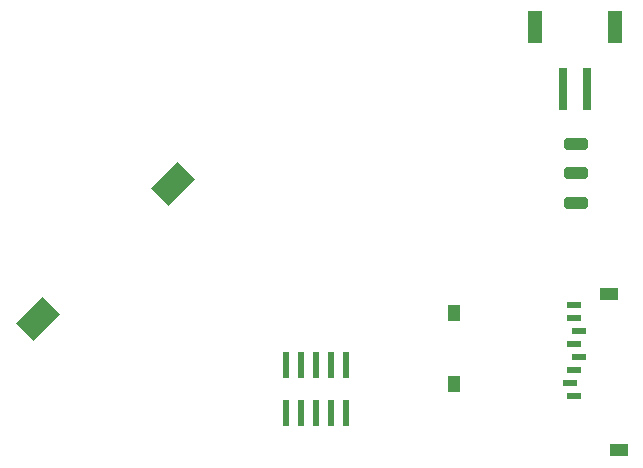
<source format=gbr>
%TF.GenerationSoftware,KiCad,Pcbnew,7.0.5*%
%TF.CreationDate,2024-02-09T08:38:41-06:00*%
%TF.ProjectId,peakick,7065616b-6963-46b2-9e6b-696361645f70,rev?*%
%TF.SameCoordinates,Original*%
%TF.FileFunction,Paste,Bot*%
%TF.FilePolarity,Positive*%
%FSLAX46Y46*%
G04 Gerber Fmt 4.6, Leading zero omitted, Abs format (unit mm)*
G04 Created by KiCad (PCBNEW 7.0.5) date 2024-02-09 08:38:41*
%MOMM*%
%LPD*%
G01*
G04 APERTURE LIST*
G04 Aperture macros list*
%AMRoundRect*
0 Rectangle with rounded corners*
0 $1 Rounding radius*
0 $2 $3 $4 $5 $6 $7 $8 $9 X,Y pos of 4 corners*
0 Add a 4 corners polygon primitive as box body*
4,1,4,$2,$3,$4,$5,$6,$7,$8,$9,$2,$3,0*
0 Add four circle primitives for the rounded corners*
1,1,$1+$1,$2,$3*
1,1,$1+$1,$4,$5*
1,1,$1+$1,$6,$7*
1,1,$1+$1,$8,$9*
0 Add four rect primitives between the rounded corners*
20,1,$1+$1,$2,$3,$4,$5,0*
20,1,$1+$1,$4,$5,$6,$7,0*
20,1,$1+$1,$6,$7,$8,$9,0*
20,1,$1+$1,$8,$9,$2,$3,0*%
%AMRotRect*
0 Rectangle, with rotation*
0 The origin of the aperture is its center*
0 $1 length*
0 $2 width*
0 $3 Rotation angle, in degrees counterclockwise*
0 Add horizontal line*
21,1,$1,$2,0,0,$3*%
G04 Aperture macros list end*
%ADD10R,0.520000X2.208000*%
%ADD11R,0.520000X2.200000*%
%ADD12RoundRect,0.180000X-0.820000X0.300000X-0.820000X-0.300000X0.820000X-0.300000X0.820000X0.300000X0*%
%ADD13R,1.200000X0.560000*%
%ADD14R,1.120000X1.440000*%
%ADD15R,1.520000X1.120000*%
%ADD16RotRect,3.200000X2.080000X225.000000*%
%ADD17R,0.800000X3.680000*%
%ADD18R,1.280000X2.720000*%
G04 APERTURE END LIST*
D10*
%TO.C,J2*%
X159875000Y-106550000D03*
X159875000Y-102490000D03*
X158605000Y-106550000D03*
D11*
X158605000Y-102490000D03*
D10*
X157335000Y-106550000D03*
X157335000Y-102490000D03*
X156065000Y-106550000D03*
X156065000Y-102490000D03*
X154795000Y-106550000D03*
X154795000Y-102490000D03*
%TD*%
D12*
%TO.C,SW1*%
X179300000Y-83750000D03*
X179300000Y-86250000D03*
X179300000Y-88750000D03*
%TD*%
D13*
%TO.C,X2*%
X179175000Y-105100000D03*
X178775000Y-104000000D03*
X179175000Y-102900000D03*
X179575000Y-101800000D03*
X179175000Y-100700000D03*
X179575000Y-99600000D03*
X179175000Y-98500000D03*
X179175000Y-97400000D03*
D14*
X168975000Y-98100000D03*
X168975000Y-104100000D03*
D15*
X182075000Y-96500000D03*
X182975000Y-109700000D03*
%TD*%
D16*
%TO.C,B1*%
X133753232Y-98621768D03*
X145173006Y-87159567D03*
%TD*%
D17*
%TO.C,J1*%
X180220000Y-79100000D03*
X178220000Y-79100000D03*
D18*
X182620000Y-73900000D03*
X175820000Y-73900000D03*
%TD*%
M02*

</source>
